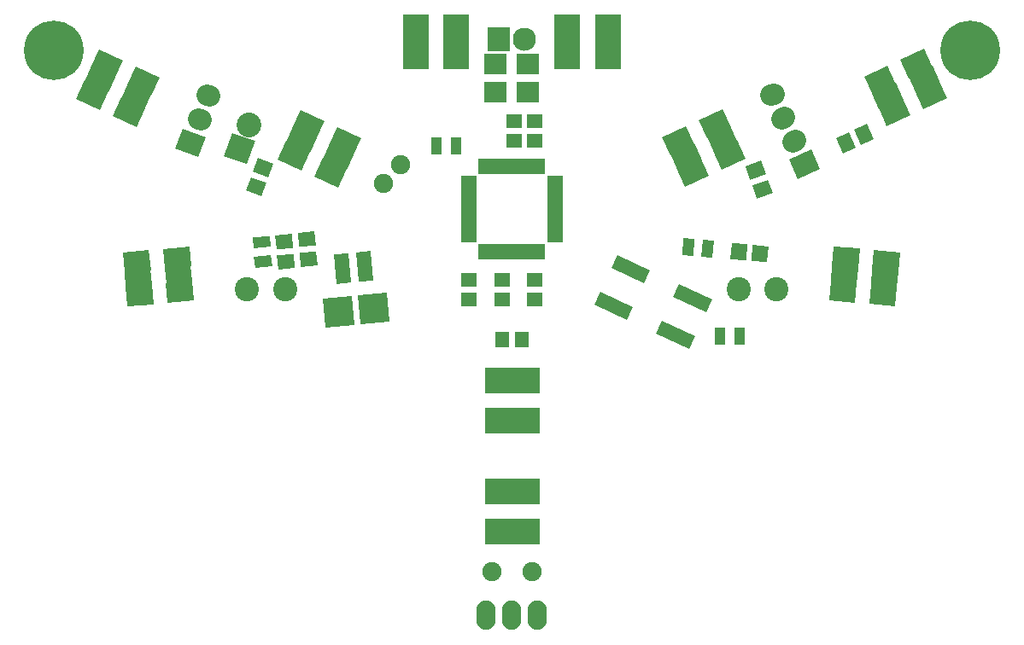
<source format=gts>
G04 #@! TF.FileFunction,Soldermask,Top*
%FSLAX46Y46*%
G04 Gerber Fmt 4.6, Leading zero omitted, Abs format (unit mm)*
G04 Created by KiCad (PCBNEW 4.0.6) date 05/08/17 21:21:00*
%MOMM*%
%LPD*%
G01*
G04 APERTURE LIST*
%ADD10C,0.100000*%
%ADD11C,1.900000*%
%ADD12R,2.000000X2.600000*%
%ADD13R,1.600000X2.600000*%
%ADD14C,5.900000*%
%ADD15R,2.600000X2.000000*%
%ADD16R,2.600000X1.600000*%
%ADD17R,2.200860X1.997660*%
%ADD18R,2.300000X2.400000*%
%ADD19C,2.300000*%
%ADD20R,1.100000X1.700000*%
%ADD21R,1.650000X1.400000*%
%ADD22R,1.000000X1.600000*%
%ADD23R,1.600000X1.000000*%
%ADD24R,1.400000X1.650000*%
%ADD25C,2.127200*%
%ADD26C,2.432000*%
%ADD27C,2.400000*%
%ADD28O,1.900000X2.900000*%
G04 APERTURE END LIST*
D10*
D11*
X140800000Y-105200000D03*
X136800000Y-105200000D03*
D12*
X140537349Y-97247593D03*
D13*
X138837349Y-97247593D03*
D12*
X137137349Y-97247593D03*
X137137349Y-101247593D03*
D13*
X138837349Y-101247593D03*
D12*
X140537349Y-101247593D03*
X140537349Y-86247593D03*
D13*
X138837349Y-86247593D03*
D12*
X137137349Y-86247593D03*
X137137349Y-90247593D03*
D13*
X138837349Y-90247593D03*
D12*
X140537349Y-90247593D03*
D10*
G36*
X113606188Y-64170356D02*
X115156681Y-64734689D01*
X114677852Y-66050258D01*
X113127359Y-65485925D01*
X113606188Y-64170356D01*
X113606188Y-64170356D01*
G37*
G36*
X112922148Y-66049742D02*
X114472641Y-66614075D01*
X113993812Y-67929644D01*
X112443319Y-67365311D01*
X112922148Y-66049742D01*
X112922148Y-66049742D01*
G37*
G36*
X115027499Y-74870210D02*
X113333968Y-75018374D01*
X113238097Y-73922560D01*
X114931628Y-73774396D01*
X115027499Y-74870210D01*
X115027499Y-74870210D01*
G37*
G36*
X114861903Y-72977440D02*
X113168372Y-73125604D01*
X113072501Y-72029790D01*
X114766032Y-71881626D01*
X114861903Y-72977440D01*
X114861903Y-72977440D01*
G37*
G36*
X107278606Y-78306117D02*
X104688500Y-78532722D01*
X104514188Y-76540333D01*
X107104294Y-76313728D01*
X107278606Y-78306117D01*
X107278606Y-78306117D01*
G37*
G36*
X107113011Y-76413347D02*
X104522904Y-76639952D01*
X104383455Y-75046041D01*
X106973562Y-74819436D01*
X107113011Y-76413347D01*
X107113011Y-76413347D01*
G37*
G36*
X106982277Y-74919055D02*
X104392171Y-75145660D01*
X104217859Y-73153271D01*
X106807965Y-72926666D01*
X106982277Y-74919055D01*
X106982277Y-74919055D01*
G37*
G36*
X102997498Y-75267678D02*
X100407392Y-75494283D01*
X100233080Y-73501894D01*
X102823186Y-73275289D01*
X102997498Y-75267678D01*
X102997498Y-75267678D01*
G37*
G36*
X103128232Y-76761970D02*
X100538125Y-76988575D01*
X100398676Y-75394664D01*
X102988783Y-75168059D01*
X103128232Y-76761970D01*
X103128232Y-76761970D01*
G37*
G36*
X103293828Y-78654740D02*
X100703722Y-78881345D01*
X100529410Y-76888956D01*
X103119516Y-76662351D01*
X103293828Y-78654740D01*
X103293828Y-78654740D01*
G37*
D14*
X93420000Y-53500000D03*
D10*
G36*
X101590828Y-61055408D02*
X99234428Y-59956600D01*
X100079664Y-58143984D01*
X102436064Y-59242792D01*
X101590828Y-61055408D01*
X101590828Y-61055408D01*
G37*
G36*
X102393803Y-59333423D02*
X100037402Y-58234615D01*
X100713591Y-56784523D01*
X103069992Y-57883331D01*
X102393803Y-59333423D01*
X102393803Y-59333423D01*
G37*
G36*
X103027730Y-57973961D02*
X100671330Y-56875153D01*
X101516566Y-55062537D01*
X103872966Y-56161345D01*
X103027730Y-57973961D01*
X103027730Y-57973961D01*
G37*
G36*
X99402499Y-56283488D02*
X97046099Y-55184680D01*
X97891335Y-53372064D01*
X100247735Y-54470872D01*
X99402499Y-56283488D01*
X99402499Y-56283488D01*
G37*
G36*
X98768572Y-57642949D02*
X96412171Y-56544141D01*
X97088360Y-55094049D01*
X99444761Y-56192857D01*
X98768572Y-57642949D01*
X98768572Y-57642949D01*
G37*
G36*
X97965597Y-59364935D02*
X95609197Y-58266127D01*
X96454433Y-56453511D01*
X98810833Y-57552319D01*
X97965597Y-59364935D01*
X97965597Y-59364935D01*
G37*
D15*
X129300000Y-50950000D03*
D16*
X129300000Y-52650000D03*
D15*
X129300000Y-54350000D03*
X133300000Y-54350000D03*
D16*
X133300000Y-52650000D03*
D15*
X133300000Y-50950000D03*
D17*
X140400000Y-57639720D03*
X140400000Y-54800000D03*
X137200000Y-54800000D03*
X137200000Y-57639720D03*
D15*
X144300000Y-50950000D03*
D16*
X144300000Y-52650000D03*
D15*
X144300000Y-54350000D03*
X148300000Y-54350000D03*
D16*
X148300000Y-52650000D03*
D15*
X148300000Y-50950000D03*
D18*
X137510000Y-52400000D03*
D19*
X140050000Y-52400000D03*
D11*
X127800000Y-64800000D03*
D10*
G36*
X119520026Y-74821628D02*
X117876304Y-74965435D01*
X117754286Y-73570762D01*
X119398008Y-73426955D01*
X119520026Y-74821628D01*
X119520026Y-74821628D01*
G37*
G36*
X119345714Y-72829238D02*
X117701992Y-72973045D01*
X117579974Y-71578372D01*
X119223696Y-71434565D01*
X119345714Y-72829238D01*
X119345714Y-72829238D01*
G37*
G36*
X117270026Y-75071628D02*
X115626304Y-75215435D01*
X115504286Y-73820762D01*
X117148008Y-73676955D01*
X117270026Y-75071628D01*
X117270026Y-75071628D01*
G37*
G36*
X117095714Y-73079238D02*
X115451992Y-73223045D01*
X115329974Y-71828372D01*
X116973696Y-71684565D01*
X117095714Y-73079238D01*
X117095714Y-73079238D01*
G37*
G36*
X121590828Y-67055408D02*
X119234428Y-65956600D01*
X120079664Y-64143984D01*
X122436064Y-65242792D01*
X121590828Y-67055408D01*
X121590828Y-67055408D01*
G37*
G36*
X122393803Y-65333423D02*
X120037402Y-64234615D01*
X120713591Y-62784523D01*
X123069992Y-63883331D01*
X122393803Y-65333423D01*
X122393803Y-65333423D01*
G37*
G36*
X123027730Y-63973961D02*
X120671330Y-62875153D01*
X121516566Y-61062537D01*
X123872966Y-62161345D01*
X123027730Y-63973961D01*
X123027730Y-63973961D01*
G37*
G36*
X119402499Y-62283488D02*
X117046099Y-61184680D01*
X117891335Y-59372064D01*
X120247735Y-60470872D01*
X119402499Y-62283488D01*
X119402499Y-62283488D01*
G37*
G36*
X118768572Y-63642949D02*
X116412171Y-62544141D01*
X117088360Y-61094049D01*
X119444761Y-62192857D01*
X118768572Y-63642949D01*
X118768572Y-63642949D01*
G37*
G36*
X117965597Y-65364935D02*
X115609197Y-64266127D01*
X116454433Y-62453511D01*
X118810833Y-63552319D01*
X117965597Y-65364935D01*
X117965597Y-65364935D01*
G37*
G36*
X120276479Y-80984465D02*
X120023727Y-78095501D01*
X122912691Y-77842749D01*
X123165443Y-80731713D01*
X120276479Y-80984465D01*
X120276479Y-80984465D01*
G37*
G36*
X123763161Y-80679419D02*
X123510409Y-77790455D01*
X126399373Y-77537703D01*
X126652125Y-80426667D01*
X123763161Y-80679419D01*
X123763161Y-80679419D01*
G37*
D11*
X126050000Y-66700000D03*
D10*
G36*
X124948003Y-75274972D02*
X125039517Y-76320977D01*
X123585073Y-76448224D01*
X123493559Y-75402219D01*
X124948003Y-75274972D01*
X124948003Y-75274972D01*
G37*
G36*
X124865205Y-74328587D02*
X124956719Y-75374592D01*
X123502275Y-75501839D01*
X123410761Y-74455834D01*
X124865205Y-74328587D01*
X124865205Y-74328587D01*
G37*
G36*
X124782407Y-73382202D02*
X124873921Y-74428207D01*
X123419477Y-74555454D01*
X123327963Y-73509449D01*
X124782407Y-73382202D01*
X124782407Y-73382202D01*
G37*
G36*
X122590779Y-73573944D02*
X122682293Y-74619949D01*
X121227849Y-74747196D01*
X121136335Y-73701191D01*
X122590779Y-73573944D01*
X122590779Y-73573944D01*
G37*
G36*
X122756375Y-75466714D02*
X122847889Y-76512719D01*
X121393445Y-76639966D01*
X121301931Y-75593961D01*
X122756375Y-75466714D01*
X122756375Y-75466714D01*
G37*
G36*
X122673577Y-74520329D02*
X122765091Y-75566334D01*
X121310647Y-75693581D01*
X121219133Y-74647576D01*
X122673577Y-74520329D01*
X122673577Y-74520329D01*
G37*
D20*
X131350000Y-62950000D03*
X133250000Y-62950000D03*
D21*
X139050000Y-62450000D03*
X139050000Y-60450000D03*
X141050000Y-62450000D03*
X141050000Y-60450000D03*
D22*
X136000000Y-73450000D03*
X136800000Y-73450000D03*
X137600000Y-73450000D03*
X138400000Y-73450000D03*
X139200000Y-73450000D03*
X140000000Y-73450000D03*
X140800000Y-73450000D03*
X141600000Y-73450000D03*
D23*
X143050000Y-72000000D03*
X143050000Y-71200000D03*
X143050000Y-70400000D03*
X143050000Y-69600000D03*
X143050000Y-68800000D03*
X143050000Y-68000000D03*
X143050000Y-67200000D03*
X143050000Y-66400000D03*
D22*
X141600000Y-64950000D03*
X140800000Y-64950000D03*
X140000000Y-64950000D03*
X139200000Y-64950000D03*
X138400000Y-64950000D03*
X137600000Y-64950000D03*
X136800000Y-64950000D03*
X136000000Y-64950000D03*
D23*
X134550000Y-66400000D03*
X134550000Y-67200000D03*
X134550000Y-68000000D03*
X134550000Y-68800000D03*
X134550000Y-69600000D03*
X134550000Y-70400000D03*
X134550000Y-71200000D03*
X134550000Y-72000000D03*
D20*
X159450000Y-81800000D03*
X161350000Y-81800000D03*
D10*
G36*
X160433926Y-74176722D02*
X160573278Y-72583926D01*
X162166074Y-72723278D01*
X162026722Y-74316074D01*
X160433926Y-74176722D01*
X160433926Y-74176722D01*
G37*
G36*
X162523982Y-74359578D02*
X162663334Y-72766782D01*
X164256130Y-72906134D01*
X164116778Y-74498930D01*
X162523982Y-74359578D01*
X162523982Y-74359578D01*
G37*
G36*
X153695465Y-62093646D02*
X156051865Y-60994838D01*
X156897101Y-62807454D01*
X154540701Y-63906262D01*
X153695465Y-62093646D01*
X153695465Y-62093646D01*
G37*
G36*
X154498439Y-63815631D02*
X156854840Y-62716823D01*
X157531029Y-64166915D01*
X155174628Y-65265723D01*
X154498439Y-63815631D01*
X154498439Y-63815631D01*
G37*
G36*
X155132367Y-65175092D02*
X157488767Y-64076284D01*
X158334003Y-65888900D01*
X155977603Y-66987708D01*
X155132367Y-65175092D01*
X155132367Y-65175092D01*
G37*
G36*
X158757598Y-63484619D02*
X161113998Y-62385811D01*
X161959234Y-64198427D01*
X159602834Y-65297235D01*
X158757598Y-63484619D01*
X158757598Y-63484619D01*
G37*
G36*
X158123670Y-62125158D02*
X160480071Y-61026350D01*
X161156260Y-62476442D01*
X158799859Y-63575250D01*
X158123670Y-62125158D01*
X158123670Y-62125158D01*
G37*
G36*
X157320696Y-60403173D02*
X159677096Y-59304365D01*
X160522332Y-61116981D01*
X158165932Y-62215789D01*
X157320696Y-60403173D01*
X157320696Y-60403173D01*
G37*
G36*
X158814759Y-72316766D02*
X158666595Y-74010297D01*
X157570781Y-73914426D01*
X157718945Y-72220895D01*
X158814759Y-72316766D01*
X158814759Y-72316766D01*
G37*
G36*
X156921989Y-72151170D02*
X156773825Y-73844701D01*
X155678011Y-73748830D01*
X155826175Y-72055299D01*
X156921989Y-72151170D01*
X156921989Y-72151170D01*
G37*
G36*
X161943319Y-64984689D02*
X163493812Y-64420356D01*
X163972641Y-65735925D01*
X162422148Y-66300258D01*
X161943319Y-64984689D01*
X161943319Y-64984689D01*
G37*
G36*
X162627359Y-66864075D02*
X164177852Y-66299742D01*
X164656681Y-67615311D01*
X163106188Y-68179644D01*
X162627359Y-66864075D01*
X162627359Y-66864075D01*
G37*
G36*
X171607937Y-63666155D02*
X170910616Y-62170747D01*
X172179447Y-61579081D01*
X172876768Y-63074489D01*
X171607937Y-63666155D01*
X171607937Y-63666155D01*
G37*
G36*
X173420553Y-62820919D02*
X172723232Y-61325511D01*
X173992063Y-60733845D01*
X174689384Y-62229253D01*
X173420553Y-62820919D01*
X173420553Y-62820919D01*
G37*
G36*
X176801455Y-78873049D02*
X174211349Y-78646444D01*
X174385661Y-76654055D01*
X176975767Y-76880660D01*
X176801455Y-78873049D01*
X176801455Y-78873049D01*
G37*
G36*
X176967051Y-76980279D02*
X174376944Y-76753674D01*
X174516393Y-75159763D01*
X177106500Y-75386368D01*
X176967051Y-76980279D01*
X176967051Y-76980279D01*
G37*
G36*
X177097784Y-75485987D02*
X174507678Y-75259382D01*
X174681990Y-73266993D01*
X177272096Y-73493598D01*
X177097784Y-75485987D01*
X177097784Y-75485987D01*
G37*
G36*
X173113005Y-75137364D02*
X170522899Y-74910759D01*
X170697211Y-72918370D01*
X173287317Y-73144975D01*
X173113005Y-75137364D01*
X173113005Y-75137364D01*
G37*
G36*
X172982273Y-76631656D02*
X170392166Y-76405051D01*
X170531615Y-74811140D01*
X173121722Y-75037745D01*
X172982273Y-76631656D01*
X172982273Y-76631656D01*
G37*
G36*
X172816676Y-78524426D02*
X170226570Y-78297821D01*
X170400882Y-76305432D01*
X172990988Y-76532037D01*
X172816676Y-78524426D01*
X172816676Y-78524426D01*
G37*
G36*
X173695465Y-56093646D02*
X176051865Y-54994838D01*
X176897101Y-56807454D01*
X174540701Y-57906262D01*
X173695465Y-56093646D01*
X173695465Y-56093646D01*
G37*
G36*
X174498439Y-57815631D02*
X176854840Y-56716823D01*
X177531029Y-58166915D01*
X175174628Y-59265723D01*
X174498439Y-57815631D01*
X174498439Y-57815631D01*
G37*
G36*
X175132367Y-59175092D02*
X177488767Y-58076284D01*
X178334003Y-59888900D01*
X175977603Y-60987708D01*
X175132367Y-59175092D01*
X175132367Y-59175092D01*
G37*
G36*
X178757598Y-57484619D02*
X181113998Y-56385811D01*
X181959234Y-58198427D01*
X179602834Y-59297235D01*
X178757598Y-57484619D01*
X178757598Y-57484619D01*
G37*
G36*
X178123670Y-56125158D02*
X180480071Y-55026350D01*
X181156260Y-56476442D01*
X178799859Y-57575250D01*
X178123670Y-56125158D01*
X178123670Y-56125158D01*
G37*
G36*
X177320696Y-54403173D02*
X179677096Y-53304365D01*
X180522332Y-55116981D01*
X178165932Y-56215789D01*
X177320696Y-54403173D01*
X177320696Y-54403173D01*
G37*
D14*
X184215200Y-53500000D03*
D24*
X137800000Y-82200000D03*
X139800000Y-82200000D03*
D10*
G36*
X154799496Y-77947990D02*
X155391162Y-76679159D01*
X158653870Y-78200584D01*
X158062204Y-79469415D01*
X154799496Y-77947990D01*
X154799496Y-77947990D01*
G37*
G36*
X148636603Y-75074185D02*
X149228269Y-73805354D01*
X152490977Y-75326779D01*
X151899311Y-76595610D01*
X148636603Y-75074185D01*
X148636603Y-75074185D01*
G37*
G36*
X146946130Y-78699416D02*
X147537796Y-77430585D01*
X150800504Y-78952010D01*
X150208838Y-80220841D01*
X146946130Y-78699416D01*
X146946130Y-78699416D01*
G37*
G36*
X153109023Y-81573221D02*
X153700689Y-80304390D01*
X156963397Y-81825815D01*
X156371731Y-83094646D01*
X153109023Y-81573221D01*
X153109023Y-81573221D01*
G37*
D21*
X134550000Y-76200000D03*
X134550000Y-78200000D03*
X137800000Y-76200000D03*
X137800000Y-78200000D03*
X141050000Y-76200000D03*
X141050000Y-78200000D03*
D10*
G36*
X105424830Y-63237013D02*
X106152375Y-61238098D01*
X108437708Y-62069891D01*
X107710163Y-64068806D01*
X105424830Y-63237013D01*
X105424830Y-63237013D01*
G37*
D25*
X107656791Y-60214509D02*
X107943209Y-60318757D01*
X108525522Y-57827689D02*
X108811940Y-57931937D01*
D10*
G36*
X110241437Y-63926770D02*
X111073230Y-61641437D01*
X113358563Y-62473230D01*
X112526770Y-64758563D01*
X110241437Y-63926770D01*
X110241437Y-63926770D01*
G37*
D26*
X112668731Y-60813181D02*
X112668731Y-60813181D01*
D27*
X161300000Y-77200000D03*
X116300000Y-77200000D03*
X165050000Y-77200000D03*
X112550000Y-77200000D03*
D10*
G36*
X167147427Y-66217853D02*
X166248433Y-64289955D01*
X168452573Y-63262147D01*
X169351567Y-65190045D01*
X167147427Y-66217853D01*
X167147427Y-66217853D01*
G37*
D25*
X166588429Y-62502385D02*
X166864671Y-62373571D01*
X165514978Y-60200363D02*
X165791220Y-60071549D01*
X164441528Y-57898342D02*
X164717770Y-57769528D01*
D28*
X138800000Y-109500000D03*
X141340000Y-109500000D03*
X136260000Y-109500000D03*
M02*

</source>
